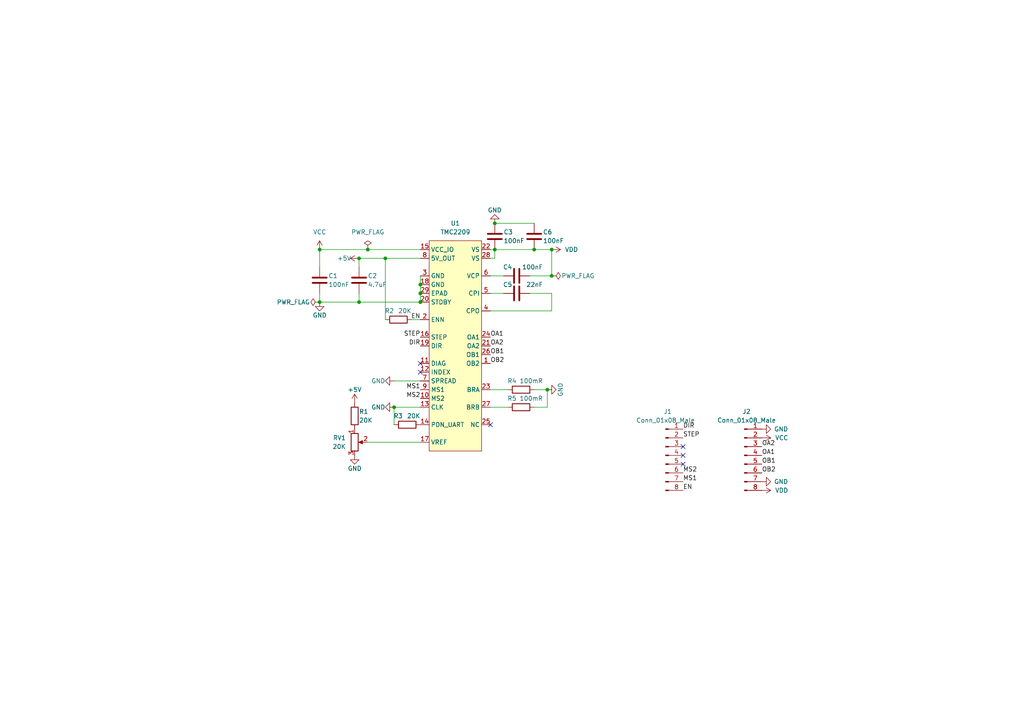
<source format=kicad_sch>
(kicad_sch (version 20211123) (generator eeschema)
  (paper "A4")
  (lib_symbols
    (symbol "Connector:Conn_01x08_Male" (pin_names (offset 1.016) hide)
      (property "Reference" "J" (at 0 10.16 0))
      (property "Value" "Conn_01x08_Male" (at 0 -12.7 0))
      (symbol "Conn_01x08_Male_1_1"
        (polyline (pts (xy 1.27 -10.16) (xy 0.8636 -10.16)) (stroke (width 0.1524)))
        (polyline (pts (xy 1.27 -7.62) (xy 0.8636 -7.62)) (stroke (width 0.1524)))
        (polyline (pts (xy 1.27 -5.08) (xy 0.8636 -5.08)) (stroke (width 0.1524)))
        (polyline (pts (xy 1.27 -2.54) (xy 0.8636 -2.54)) (stroke (width 0.1524)))
        (polyline (pts (xy 1.27 0) (xy 0.8636 0)) (stroke (width 0.1524)))
        (polyline (pts (xy 1.27 2.54) (xy 0.8636 2.54)) (stroke (width 0.1524)))
        (polyline (pts (xy 1.27 5.08) (xy 0.8636 5.08)) (stroke (width 0.1524)))
        (polyline (pts (xy 1.27 7.62) (xy 0.8636 7.62)) (stroke (width 0.1524)))
        (rectangle (start 0.8636 -10.033) (end 0 -10.287) (stroke (width 0.1524)) (fill (type outline)))
        (rectangle (start 0.8636 -7.493) (end 0 -7.747) (stroke (width 0.1524)) (fill (type outline)))
        (rectangle (start 0.8636 -4.953) (end 0 -5.207) (stroke (width 0.1524)) (fill (type outline)))
        (rectangle (start 0.8636 -2.413) (end 0 -2.667) (stroke (width 0.1524)) (fill (type outline)))
        (rectangle (start 0.8636 0.127) (end 0 -0.127) (stroke (width 0.1524)) (fill (type outline)))
        (rectangle (start 0.8636 2.667) (end 0 2.413) (stroke (width 0.1524)) (fill (type outline)))
        (rectangle (start 0.8636 5.207) (end 0 4.953) (stroke (width 0.1524)) (fill (type outline)))
        (rectangle (start 0.8636 7.747) (end 0 7.493) (stroke (width 0.1524)) (fill (type outline)))
        (pin passive line (at 5.08 7.62 180) (length 3.81) (name "Pin_1") (number "1"))
        (pin passive line (at 5.08 5.08 180) (length 3.81) (name "Pin_2") (number "2"))
        (pin passive line (at 5.08 2.54 180) (length 3.81) (name "Pin_3") (number "3"))
        (pin passive line (at 5.08 0 180) (length 3.81) (name "Pin_4") (number "4"))
        (pin passive line (at 5.08 -2.54 180) (length 3.81) (name "Pin_5") (number "5"))
        (pin passive line (at 5.08 -5.08 180) (length 3.81) (name "Pin_6") (number "6"))
        (pin passive line (at 5.08 -7.62 180) (length 3.81) (name "Pin_7") (number "7"))
        (pin passive line (at 5.08 -10.16 180) (length 3.81) (name "Pin_8") (number "8"))
      )
    )
    (symbol "Del_Schlib:TMC2209"
      (property "Reference" "U" (at 0 1.27 0))
      (property "Value" "TMC2209" (at 11.43 1.27 0))
      (symbol "TMC2209_0_1"
        (rectangle (start 0 0) (end 15.24 -60.96) (fill (type background)))
      )
      (symbol "TMC2209_1_1"
        (pin bidirectional line (at 17.78 -35.56 180) (length 2.54) (name "OB2") (number "1"))
        (pin bidirectional line (at -2.54 -45.72 0) (length 2.54) (name "MS2") (number "10"))
        (pin bidirectional line (at -2.54 -35.56 0) (length 2.54) (name "DIAG") (number "11"))
        (pin bidirectional line (at -2.54 -38.1 0) (length 2.54) (name "INDEX") (number "12"))
        (pin bidirectional line (at -2.54 -48.26 0) (length 2.54) (name "CLK") (number "13"))
        (pin bidirectional line (at -2.54 -53.34 0) (length 2.54) (name "PDN_UART") (number "14"))
        (pin power_in line (at -2.54 -2.54 0) (length 2.54) (name "VCC_IO") (number "15"))
        (pin bidirectional line (at -2.54 -27.94 0) (length 2.54) (name "STEP") (number "16"))
        (pin bidirectional line (at -2.54 -58.42 0) (length 2.54) (name "VREF") (number "17"))
        (pin power_in line (at -2.54 -12.7 0) (length 2.54) (name "GND") (number "18"))
        (pin bidirectional line (at -2.54 -30.48 0) (length 2.54) (name "DIR") (number "19"))
        (pin bidirectional line (at -2.54 -22.86 0) (length 2.54) (name "ENN") (number "2"))
        (pin bidirectional line (at -2.54 -17.78 0) (length 2.54) (name "STDBY") (number "20"))
        (pin bidirectional line (at 17.78 -30.48 180) (length 2.54) (name "OA2") (number "21"))
        (pin bidirectional line (at 17.78 -2.54 180) (length 2.54) (name "VS") (number "22"))
        (pin bidirectional line (at 17.78 -43.18 180) (length 2.54) (name "BRA") (number "23"))
        (pin bidirectional line (at 17.78 -27.94 180) (length 2.54) (name "OA1") (number "24"))
        (pin bidirectional line (at 17.78 -53.34 180) (length 2.54) (name "NC") (number "25"))
        (pin bidirectional line (at 17.78 -33.02 180) (length 2.54) (name "OB1") (number "26"))
        (pin bidirectional line (at 17.78 -48.26 180) (length 2.54) (name "BRB") (number "27"))
        (pin bidirectional line (at 17.78 -5.08 180) (length 2.54) (name "VS") (number "28"))
        (pin power_in line (at -2.54 -15.24 0) (length 2.54) (name "EPAD") (number "29"))
        (pin power_in line (at -2.54 -10.16 0) (length 2.54) (name "GND") (number "3"))
        (pin bidirectional line (at 17.78 -20.32 180) (length 2.54) (name "CPO") (number "4"))
        (pin bidirectional line (at 17.78 -15.24 180) (length 2.54) (name "CPI") (number "5"))
        (pin bidirectional line (at 17.78 -10.16 180) (length 2.54) (name "VCP") (number "6"))
        (pin bidirectional line (at -2.54 -40.64 0) (length 2.54) (name "SPREAD") (number "7"))
        (pin power_out line (at -2.54 -5.08 0) (length 2.54) (name "5V_OUT") (number "8"))
        (pin bidirectional line (at -2.54 -43.18 0) (length 2.54) (name "MS1") (number "9"))
      )
    )
    (symbol "Device:C" (pin_numbers hide) (pin_names (offset 0.254))
      (property "Reference" "C" (at 0.635 2.54 0))
      (property "Value" "C" (at 0.635 -2.54 0))
      (symbol "C_0_1"
        (polyline (pts (xy -2.032 -0.762) (xy 2.032 -0.762)) (stroke (width 0.508)))
        (polyline (pts (xy -2.032 0.762) (xy 2.032 0.762)) (stroke (width 0.508)))
      )
      (symbol "C_1_1"
        (pin passive line (at 0 3.81 270) (length 2.794) (name "~") (number "1"))
        (pin passive line (at 0 -3.81 90) (length 2.794) (name "~") (number "2"))
      )
    )
    (symbol "Device:R" (pin_numbers hide) (pin_names (offset 0))
      (property "Reference" "R" (at 2.032 0 90))
      (property "Value" "R" (at 0 0 90))
      (symbol "R_0_1"
        (rectangle (start -1.016 -2.54) (end 1.016 2.54) (stroke (width 0.254)))
      )
      (symbol "R_1_1"
        (pin passive line (at 0 3.81 270) (length 1.27) (name "~") (number "1"))
        (pin passive line (at 0 -3.81 90) (length 1.27) (name "~") (number "2"))
      )
    )
    (symbol "Device:R_Potentiometer" (pin_names (offset 1.016) hide)
      (property "Reference" "RV" (at -4.445 0 90))
      (property "Value" "R_Potentiometer" (at -2.54 0 90))
      (symbol "R_Potentiometer_0_1"
        (polyline (pts (xy 2.54 0) (xy 1.524 0)))
        (polyline (pts (xy 1.143 0) (xy 2.286 0.508) (xy 2.286 -0.508) (xy 1.143 0)) (fill (type outline)))
        (rectangle (start 1.016 2.54) (end -1.016 -2.54) (stroke (width 0.254)))
      )
      (symbol "R_Potentiometer_1_1"
        (pin passive line (at 0 3.81 270) (length 1.27) (name "1") (number "1"))
        (pin passive line (at 3.81 0 180) (length 1.27) (name "2") (number "2"))
        (pin passive line (at 0 -3.81 90) (length 1.27) (name "3") (number "3"))
      )
    )
    (symbol "power:+5V" (power) (pin_names (offset 0))
      (property "Value" "+5V" (at 0 3.556 0))
      (symbol "+5V_0_1"
        (polyline (pts (xy -0.762 1.27) (xy 0 2.54)))
        (polyline (pts (xy 0 0) (xy 0 2.54)))
        (polyline (pts (xy 0 2.54) (xy 0.762 1.27)))
      )
      (symbol "+5V_1_1"
        (pin power_in line (at 0 0 90) (length 0) hide (name "+5V") (number "1"))
      )
    )
    (symbol "power:GND" (power) (pin_names (offset 0))
      (property "Value" "GND" (at 0 -3.81 0))
      (symbol "GND_0_1"
        (polyline (pts (xy 0 0) (xy 0 -1.27) (xy 1.27 -1.27) (xy 0 -2.54) (xy -1.27 -1.27) (xy 0 -1.27)))
      )
      (symbol "GND_1_1"
        (pin power_in line (at 0 0 270) (length 0) hide (name "GND") (number "1"))
      )
    )
    (symbol "power:PWR_FLAG" (power) (pin_numbers hide) (pin_names (offset 0) hide)
      (property "Value" "PWR_FLAG" (at 0 3.81 0))
      (symbol "PWR_FLAG_0_0"
        (pin power_out line (at 0 0 90) (length 0) (name "pwr") (number "1"))
      )
      (symbol "PWR_FLAG_0_1"
        (polyline (pts (xy 0 0) (xy 0 1.27) (xy -1.016 1.905) (xy 0 2.54) (xy 1.016 1.905) (xy 0 1.27)))
      )
    )
    (symbol "power:VCC" (power) (pin_names (offset 0))
      (property "Value" "VCC" (at 0 3.81 0))
      (symbol "VCC_0_1"
        (polyline (pts (xy -0.762 1.27) (xy 0 2.54)))
        (polyline (pts (xy 0 0) (xy 0 2.54)))
        (polyline (pts (xy 0 2.54) (xy 0.762 1.27)))
      )
      (symbol "VCC_1_1"
        (pin power_in line (at 0 0 90) (length 0) hide (name "VCC") (number "1"))
      )
    )
    (symbol "power:VDD" (power) (pin_names (offset 0))
      (property "Value" "VDD" (at 0 3.81 0))
      (symbol "VDD_0_1"
        (polyline (pts (xy -0.762 1.27) (xy 0 2.54)))
        (polyline (pts (xy 0 0) (xy 0 2.54)))
        (polyline (pts (xy 0 2.54) (xy 0.762 1.27)))
      )
      (symbol "VDD_1_1"
        (pin power_in line (at 0 0 90) (length 0) hide (name "VDD") (number "1"))
      )
    )
  )
  (junction (at 143.51 72.39))
  (junction (at 121.92 87.63))
  (junction (at 121.92 82.55))
  (junction (at 92.71 87.63))
  (junction (at 143.51 64.77))
  (junction (at 104.14 87.63))
  (junction (at 114.3 118.11))
  (junction (at 154.94 72.39))
  (junction (at 106.68 72.39))
  (junction (at 92.71 72.39))
  (junction (at 160.02 80.01))
  (junction (at 104.14 74.93))
  (junction (at 160.02 72.39))
  (junction (at 158.75 113.03))
  (junction (at 111.76 74.93))
  (junction (at 121.92 85.09))
  (no_connect (at 198.12 129.54))
  (no_connect (at 121.92 105.41))
  (no_connect (at 142.24 123.19))
  (no_connect (at 121.92 107.95))
  (no_connect (at 198.12 132.08))
  (no_connect (at 198.12 134.62))
  (wire (pts (xy 154.94 113.03) (xy 158.75 113.03)))
  (wire (pts (xy 114.3 118.11) (xy 121.92 118.11)))
  (wire (pts (xy 104.14 87.63) (xy 121.92 87.63)))
  (wire (pts (xy 111.76 74.93) (xy 121.92 74.93)))
  (wire (pts (xy 121.92 85.09) (xy 121.92 87.63)))
  (wire (pts (xy 143.51 74.93) (xy 143.51 72.39)))
  (wire (pts (xy 153.67 80.01) (xy 160.02 80.01)))
  (wire (pts (xy 160.02 90.17) (xy 142.24 90.17)))
  (wire (pts (xy 142.24 80.01) (xy 146.05 80.01)))
  (wire (pts (xy 142.24 74.93) (xy 143.51 74.93)))
  (wire (pts (xy 104.14 74.93) (xy 104.14 77.47)))
  (wire (pts (xy 111.76 74.93) (xy 104.14 74.93)))
  (wire (pts (xy 158.75 118.11) (xy 154.94 118.11)))
  (wire (pts (xy 114.3 118.11) (xy 114.3 123.19)))
  (wire (pts (xy 121.92 80.01) (xy 121.92 82.55)))
  (wire (pts (xy 121.92 82.55) (xy 121.92 85.09)))
  (wire (pts (xy 92.71 72.39) (xy 92.71 77.47)))
  (wire (pts (xy 154.94 72.39) (xy 160.02 72.39)))
  (wire (pts (xy 92.71 87.63) (xy 104.14 87.63)))
  (wire (pts (xy 142.24 118.11) (xy 147.32 118.11)))
  (wire (pts (xy 142.24 72.39) (xy 143.51 72.39)))
  (wire (pts (xy 160.02 80.01) (xy 160.02 72.39)))
  (wire (pts (xy 142.24 113.03) (xy 147.32 113.03)))
  (wire (pts (xy 143.51 64.77) (xy 154.94 64.77)))
  (wire (pts (xy 121.92 72.39) (xy 106.68 72.39)))
  (wire (pts (xy 111.76 92.71) (xy 111.76 74.93)))
  (wire (pts (xy 114.3 110.49) (xy 121.92 110.49)))
  (wire (pts (xy 160.02 85.09) (xy 160.02 90.17)))
  (wire (pts (xy 92.71 85.09) (xy 92.71 87.63)))
  (wire (pts (xy 158.75 113.03) (xy 158.75 118.11)))
  (wire (pts (xy 153.67 85.09) (xy 160.02 85.09)))
  (wire (pts (xy 119.38 92.71) (xy 121.92 92.71)))
  (wire (pts (xy 106.68 72.39) (xy 92.71 72.39)))
  (wire (pts (xy 143.51 72.39) (xy 154.94 72.39)))
  (wire (pts (xy 142.24 85.09) (xy 146.05 85.09)))
  (wire (pts (xy 106.68 128.27) (xy 121.92 128.27)))
  (wire (pts (xy 104.14 85.09) (xy 104.14 87.63)))
  (label "OB1" (at 220.98 134.62 0))
  (label "STEP" (at 121.92 97.79 180))
  (label "MS1" (at 121.92 113.03 180))
  (label "OA1" (at 220.98 132.08 0))
  (label "MS1" (at 198.12 139.7 0))
  (label "OB2" (at 142.24 105.41 0))
  (label "OB1" (at 142.24 102.87 0))
  (label "OA2" (at 142.24 100.33 0))
  (label "OA2" (at 220.98 129.54 0))
  (label "DIR" (at 121.92 100.33 180))
  (label "EN" (at 198.12 142.24 0))
  (label "MS2" (at 198.12 137.16 0))
  (label "DIR" (at 198.12 124.46 0))
  (label "OA1" (at 142.24 97.79 0))
  (label "MS2" (at 121.92 115.57 180))
  (label "STEP" (at 198.12 127 0))
  (label "OB2" (at 220.98 137.16 0))
  (label "EN" (at 121.92 92.71 180))
  (symbol (lib_id "Device:R") (at 151.13 113.03 90) (unit 1)
    (property "Reference" "R4" (at 149.86 110.49 90) (effects (justify left)))
    (property "Value" "100mR" (at 157.48 110.49 90) (effects (justify left)))
    (property "Footprint" "Resistor_SMD:R_1206_3216Metric_Pad1.30x1.75mm_HandSolder" (effects hide))
  )
  (symbol (lib_id "Device:R") (at 115.57 92.71 90) (unit 1)
    (property "Reference" "R2" (at 114.3 90.17 90) (effects (justify left)))
    (property "Value" "20K" (at 119.38 90.17 90) (effects (justify left)))
    (property "Footprint" "Resistor_SMD:R_0402_1005Metric_Pad0.72x0.64mm_HandSolder" (effects hide))
  )
  (symbol (lib_id "power:VCC") (at 92.71 72.39 0) (unit 1)
    (property "Reference" "#PWR01" (effects hide))
    (property "Value" "VCC" (at 92.71 67.31 0))
  )
  (symbol (lib_id "Device:R") (at 118.11 123.19 90) (unit 1)
    (property "Reference" "R3" (at 116.84 120.65 90) (effects (justify left)))
    (property "Value" "20K" (at 121.92 120.65 90) (effects (justify left)))
    (property "Footprint" "Resistor_SMD:R_0402_1005Metric_Pad0.72x0.64mm_HandSolder" (effects hide))
  )
  (symbol (lib_id "Device:C") (at 154.94 68.58 0) (unit 1)
    (property "Reference" "C6" (at 157.48 67.31 0) (effects (justify left)))
    (property "Value" "100nF" (at 157.48 69.85 0) (effects (justify left)))
    (property "Footprint" "Capacitor_SMD:C_0402_1005Metric_Pad0.74x0.62mm_HandSolder" (effects hide))
  )
  (symbol (lib_id "Device:R") (at 102.87 120.65 0) (unit 1)
    (property "Reference" "R1" (at 104.14 119.38 0) (effects (justify left)))
    (property "Value" "20K" (at 104.14 121.92 0) (effects (justify left)))
    (property "Footprint" "Resistor_SMD:R_0402_1005Metric_Pad0.72x0.64mm_HandSolder" (effects hide))
  )
  (symbol (lib_id "Device:C") (at 92.71 81.28 0) (unit 1)
    (property "Reference" "C1" (at 95.25 80.01 0) (effects (justify left)))
    (property "Value" "100nF" (at 95.25 82.55 0) (effects (justify left)))
    (property "Footprint" "Capacitor_SMD:C_0402_1005Metric_Pad0.74x0.62mm_HandSolder" (effects hide))
  )
  (symbol (lib_id "power:VCC") (at 220.98 127 270) (unit 1)
    (property "Reference" "#PWR012" (effects hide))
    (property "Value" "VCC" (at 224.79 126.9999 90) (effects (justify left)))
  )
  (symbol (lib_id "Device:C") (at 149.86 85.09 90) (unit 1)
    (property "Reference" "C5" (at 148.59 82.55 90) (effects (justify left)))
    (property "Value" "22nF" (at 157.48 82.55 90) (effects (justify left)))
    (property "Footprint" "Capacitor_SMD:C_0402_1005Metric_Pad0.74x0.62mm_HandSolder" (effects hide))
  )
  (symbol (lib_id "power:PWR_FLAG") (at 92.71 87.63 90) (unit 1)
    (property "Reference" "#FLG0101" (effects hide))
    (property "Value" "PWR_FLAG" (at 85.09 87.63 90))
  )
  (symbol (lib_id "Device:C") (at 149.86 80.01 90) (unit 1)
    (property "Reference" "C4" (at 148.59 77.47 90) (effects (justify left)))
    (property "Value" "100nF" (at 157.48 77.47 90) (effects (justify left)))
    (property "Footprint" "Capacitor_SMD:C_0402_1005Metric_Pad0.74x0.62mm_HandSolder" (effects hide))
  )
  (symbol (lib_id "Connector:Conn_01x08_Male") (at 215.9 132.08 0) (unit 1)
    (property "Reference" "J2" (at 216.535 119.38 0))
    (property "Value" "Conn_01x08_Male" (at 216.535 121.92 0))
    (property "Footprint" "Del:Conn_2.54_01x08_STAMP" (effects hide))
  )
  (symbol (lib_id "power:PWR_FLAG") (at 106.68 72.39 0) (unit 1)
    (property "Reference" "#FLG0103" (effects hide))
    (property "Value" "PWR_FLAG" (at 106.68 67.31 0))
  )
  (symbol (lib_id "Device:R") (at 151.13 118.11 90) (unit 1)
    (property "Reference" "R5" (at 149.86 115.57 90) (effects (justify left)))
    (property "Value" "100mR" (at 157.48 115.57 90) (effects (justify left)))
    (property "Footprint" "Resistor_SMD:R_1206_3216Metric_Pad1.30x1.75mm_HandSolder" (effects hide))
  )
  (symbol (lib_id "Del_Schlib:TMC2209") (at 124.46 69.85 0) (unit 1)
    (property "Reference" "U1" (at 132.08 64.77 0))
    (property "Value" "TMC2209" (at 132.08 67.31 0))
    (property "Footprint" "Package_DFN_QFN:QFN-28-1EP_5x5mm_P0.5mm_EP3.35x3.35mm" (effects hide))
  )
  (symbol (lib_id "Device:R_Potentiometer") (at 102.87 128.27 0) (unit 1)
    (property "Reference" "RV1" (at 100.33 126.9999 0) (effects (justify right)))
    (property "Value" "20K" (at 100.33 129.5399 0) (effects (justify right)))
    (property "Footprint" "Potentiometer_SMD:Potentiometer_Bourns_3314J_Vertical" (effects hide))
  )
  (symbol (lib_id "power:PWR_FLAG") (at 160.02 80.01 270) (unit 1)
    (property "Reference" "#FLG0102" (effects hide))
    (property "Value" "PWR_FLAG" (at 167.64 80.01 90))
  )
  (symbol (lib_id "Connector:Conn_01x08_Male") (at 193.04 132.08 0) (unit 1)
    (property "Reference" "J1" (at 193.675 119.38 0))
    (property "Value" "Conn_01x08_Male" (at 193.04 121.92 0))
    (property "Footprint" "Del:Conn_2.54_01x08_STAMP" (effects hide))
  )
  (symbol (lib_id "power:GND") (at 143.51 64.77 180) (unit 1)
    (property "Reference" "#PWR08" (effects hide))
    (property "Value" "GND" (at 145.542 60.96 0) (effects (justify left)))
  )
  (symbol (lib_id "power:GND") (at 220.98 124.46 90) (unit 1)
    (property "Reference" "#PWR011" (effects hide))
    (property "Value" "GND" (at 228.6 124.46 90) (effects (justify left)))
  )
  (symbol (lib_id "power:VDD") (at 220.98 142.24 270) (unit 1)
    (property "Reference" "#PWR014" (effects hide))
    (property "Value" "VDD" (at 224.79 142.2399 90) (effects (justify left)))
  )
  (symbol (lib_id "power:VDD") (at 160.02 72.39 270) (unit 1)
    (property "Reference" "#PWR010" (effects hide))
    (property "Value" "VDD" (at 163.83 72.3899 90) (effects (justify left)))
  )
  (symbol (lib_id "power:GND") (at 102.87 132.08 0) (unit 1)
    (property "Reference" "#PWR04" (effects hide))
    (property "Value" "GND" (at 100.838 135.89 0) (effects (justify left)))
  )
  (symbol (lib_id "power:GND") (at 158.75 113.03 90) (unit 1)
    (property "Reference" "#PWR09" (effects hide))
    (property "Value" "GND" (at 162.56 115.062 0) (effects (justify left)))
  )
  (symbol (lib_id "Device:C") (at 143.51 68.58 0) (unit 1)
    (property "Reference" "C3" (at 146.05 67.31 0) (effects (justify left)))
    (property "Value" "100nF" (at 146.05 69.85 0) (effects (justify left)))
    (property "Footprint" "Capacitor_SMD:C_0402_1005Metric_Pad0.74x0.62mm_HandSolder" (effects hide))
  )
  (symbol (lib_id "power:GND") (at 114.3 110.49 270) (unit 1)
    (property "Reference" "#PWR06" (effects hide))
    (property "Value" "GND" (at 111.76 110.49 90) (effects (justify right)))
  )
  (symbol (lib_id "Device:C") (at 104.14 81.28 0) (unit 1)
    (property "Reference" "C2" (at 106.68 80.01 0) (effects (justify left)))
    (property "Value" "4.7uF" (at 106.68 82.55 0) (effects (justify left)))
    (property "Footprint" "Capacitor_SMD:C_0402_1005Metric_Pad0.74x0.62mm_HandSolder" (effects hide))
  )
  (symbol (lib_id "power:GND") (at 92.71 87.63 0) (unit 1)
    (property "Reference" "#PWR02" (effects hide))
    (property "Value" "GND" (at 90.678 91.44 0) (effects (justify left)))
  )
  (symbol (lib_id "power:GND") (at 114.3 118.11 270) (unit 1)
    (property "Reference" "#PWR07" (effects hide))
    (property "Value" "GND" (at 111.76 118.11 90) (effects (justify right)))
  )
  (symbol (lib_id "power:+5V") (at 104.14 74.93 90) (unit 1)
    (property "Reference" "#PWR05" (effects hide))
    (property "Value" "+5V" (at 97.79 74.93 90) (effects (justify right)))
  )
  (symbol (lib_id "power:+5V") (at 102.87 116.84 0) (unit 1)
    (property "Reference" "#PWR03" (effects hide))
    (property "Value" "+5V" (at 102.87 113.03 0))
  )
  (symbol (lib_id "power:GND") (at 220.98 139.7 90) (unit 1)
    (property "Reference" "#PWR013" (effects hide))
    (property "Value" "GND" (at 228.6 139.7 90) (effects (justify left)))
  )
)
</source>
